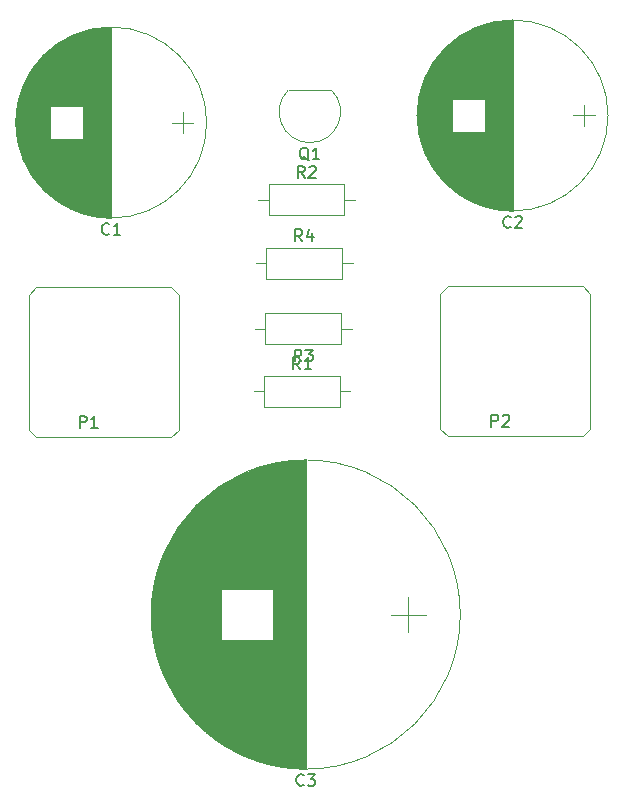
<source format=gbr>
G04 #@! TF.FileFunction,Legend,Top*
%FSLAX46Y46*%
G04 Gerber Fmt 4.6, Leading zero omitted, Abs format (unit mm)*
G04 Created by KiCad (PCBNEW 4.0.5) date 05/24/17 22:27:59*
%MOMM*%
%LPD*%
G01*
G04 APERTURE LIST*
%ADD10C,0.100000*%
%ADD11C,0.120000*%
%ADD12C,0.150000*%
G04 APERTURE END LIST*
D10*
D11*
X132429560Y-91617000D02*
X132429560Y-75515000D01*
X132389560Y-91616000D02*
X132389560Y-75516000D01*
X132349560Y-91616000D02*
X132349560Y-75516000D01*
X132309560Y-91616000D02*
X132309560Y-75516000D01*
X132269560Y-91615000D02*
X132269560Y-75517000D01*
X132229560Y-91614000D02*
X132229560Y-75518000D01*
X132189560Y-91613000D02*
X132189560Y-75519000D01*
X132149560Y-91612000D02*
X132149560Y-75520000D01*
X132109560Y-91610000D02*
X132109560Y-75522000D01*
X132069560Y-91608000D02*
X132069560Y-75524000D01*
X132029560Y-91607000D02*
X132029560Y-75525000D01*
X131989560Y-91605000D02*
X131989560Y-75527000D01*
X131949560Y-91602000D02*
X131949560Y-75530000D01*
X131909560Y-91600000D02*
X131909560Y-75532000D01*
X131869560Y-91597000D02*
X131869560Y-75535000D01*
X131829560Y-91594000D02*
X131829560Y-75538000D01*
X131789560Y-91591000D02*
X131789560Y-75541000D01*
X131749560Y-91588000D02*
X131749560Y-75544000D01*
X131708560Y-91584000D02*
X131708560Y-75548000D01*
X131668560Y-91581000D02*
X131668560Y-75551000D01*
X131628560Y-91577000D02*
X131628560Y-75555000D01*
X131588560Y-91573000D02*
X131588560Y-75559000D01*
X131548560Y-91568000D02*
X131548560Y-75564000D01*
X131508560Y-91564000D02*
X131508560Y-75568000D01*
X131468560Y-91559000D02*
X131468560Y-75573000D01*
X131428560Y-91554000D02*
X131428560Y-75578000D01*
X131388560Y-91549000D02*
X131388560Y-75583000D01*
X131348560Y-91544000D02*
X131348560Y-75588000D01*
X131308560Y-91539000D02*
X131308560Y-75593000D01*
X131268560Y-91533000D02*
X131268560Y-75599000D01*
X131228560Y-91527000D02*
X131228560Y-75605000D01*
X131188560Y-91521000D02*
X131188560Y-75611000D01*
X131148560Y-91515000D02*
X131148560Y-75617000D01*
X131108560Y-91508000D02*
X131108560Y-75624000D01*
X131068560Y-91501000D02*
X131068560Y-75631000D01*
X131028560Y-91494000D02*
X131028560Y-75638000D01*
X130988560Y-91487000D02*
X130988560Y-75645000D01*
X130948560Y-91480000D02*
X130948560Y-75652000D01*
X130908560Y-91472000D02*
X130908560Y-75660000D01*
X130868560Y-91465000D02*
X130868560Y-75667000D01*
X130828560Y-91457000D02*
X130828560Y-75675000D01*
X130788560Y-91449000D02*
X130788560Y-75683000D01*
X130748560Y-91440000D02*
X130748560Y-75692000D01*
X130708560Y-91432000D02*
X130708560Y-75700000D01*
X130668560Y-91423000D02*
X130668560Y-75709000D01*
X130628560Y-91414000D02*
X130628560Y-75718000D01*
X130588560Y-91404000D02*
X130588560Y-75728000D01*
X130548560Y-91395000D02*
X130548560Y-75737000D01*
X130508560Y-91385000D02*
X130508560Y-75747000D01*
X130468560Y-91375000D02*
X130468560Y-75757000D01*
X130428560Y-91365000D02*
X130428560Y-75767000D01*
X130388560Y-91355000D02*
X130388560Y-75777000D01*
X130348560Y-91345000D02*
X130348560Y-75787000D01*
X130308560Y-91334000D02*
X130308560Y-75798000D01*
X130268560Y-91323000D02*
X130268560Y-75809000D01*
X130228560Y-91312000D02*
X130228560Y-75820000D01*
X130188560Y-91300000D02*
X130188560Y-75832000D01*
X130148560Y-91289000D02*
X130148560Y-75843000D01*
X130108560Y-91277000D02*
X130108560Y-75855000D01*
X130068560Y-91265000D02*
X130068560Y-75867000D01*
X130028560Y-91252000D02*
X130028560Y-84946000D01*
X130028560Y-82186000D02*
X130028560Y-75880000D01*
X129988560Y-91240000D02*
X129988560Y-84946000D01*
X129988560Y-82186000D02*
X129988560Y-75892000D01*
X129948560Y-91227000D02*
X129948560Y-84946000D01*
X129948560Y-82186000D02*
X129948560Y-75905000D01*
X129908560Y-91214000D02*
X129908560Y-84946000D01*
X129908560Y-82186000D02*
X129908560Y-75918000D01*
X129868560Y-91201000D02*
X129868560Y-84946000D01*
X129868560Y-82186000D02*
X129868560Y-75931000D01*
X129828560Y-91187000D02*
X129828560Y-84946000D01*
X129828560Y-82186000D02*
X129828560Y-75945000D01*
X129788560Y-91174000D02*
X129788560Y-84946000D01*
X129788560Y-82186000D02*
X129788560Y-75958000D01*
X129748560Y-91160000D02*
X129748560Y-84946000D01*
X129748560Y-82186000D02*
X129748560Y-75972000D01*
X129708560Y-91146000D02*
X129708560Y-84946000D01*
X129708560Y-82186000D02*
X129708560Y-75986000D01*
X129668560Y-91131000D02*
X129668560Y-84946000D01*
X129668560Y-82186000D02*
X129668560Y-76001000D01*
X129628560Y-91116000D02*
X129628560Y-84946000D01*
X129628560Y-82186000D02*
X129628560Y-76016000D01*
X129588560Y-91102000D02*
X129588560Y-84946000D01*
X129588560Y-82186000D02*
X129588560Y-76030000D01*
X129548560Y-91087000D02*
X129548560Y-84946000D01*
X129548560Y-82186000D02*
X129548560Y-76045000D01*
X129508560Y-91071000D02*
X129508560Y-84946000D01*
X129508560Y-82186000D02*
X129508560Y-76061000D01*
X129468560Y-91056000D02*
X129468560Y-84946000D01*
X129468560Y-82186000D02*
X129468560Y-76076000D01*
X129428560Y-91040000D02*
X129428560Y-84946000D01*
X129428560Y-82186000D02*
X129428560Y-76092000D01*
X129388560Y-91024000D02*
X129388560Y-84946000D01*
X129388560Y-82186000D02*
X129388560Y-76108000D01*
X129348560Y-91007000D02*
X129348560Y-84946000D01*
X129348560Y-82186000D02*
X129348560Y-76125000D01*
X129308560Y-90991000D02*
X129308560Y-84946000D01*
X129308560Y-82186000D02*
X129308560Y-76141000D01*
X129268560Y-90974000D02*
X129268560Y-84946000D01*
X129268560Y-82186000D02*
X129268560Y-76158000D01*
X129228560Y-90957000D02*
X129228560Y-84946000D01*
X129228560Y-82186000D02*
X129228560Y-76175000D01*
X129188560Y-90939000D02*
X129188560Y-84946000D01*
X129188560Y-82186000D02*
X129188560Y-76193000D01*
X129148560Y-90922000D02*
X129148560Y-84946000D01*
X129148560Y-82186000D02*
X129148560Y-76210000D01*
X129108560Y-90904000D02*
X129108560Y-84946000D01*
X129108560Y-82186000D02*
X129108560Y-76228000D01*
X129068560Y-90886000D02*
X129068560Y-84946000D01*
X129068560Y-82186000D02*
X129068560Y-76246000D01*
X129028560Y-90867000D02*
X129028560Y-84946000D01*
X129028560Y-82186000D02*
X129028560Y-76265000D01*
X128988560Y-90849000D02*
X128988560Y-84946000D01*
X128988560Y-82186000D02*
X128988560Y-76283000D01*
X128948560Y-90830000D02*
X128948560Y-84946000D01*
X128948560Y-82186000D02*
X128948560Y-76302000D01*
X128908560Y-90811000D02*
X128908560Y-84946000D01*
X128908560Y-82186000D02*
X128908560Y-76321000D01*
X128868560Y-90791000D02*
X128868560Y-84946000D01*
X128868560Y-82186000D02*
X128868560Y-76341000D01*
X128828560Y-90771000D02*
X128828560Y-84946000D01*
X128828560Y-82186000D02*
X128828560Y-76361000D01*
X128788560Y-90751000D02*
X128788560Y-84946000D01*
X128788560Y-82186000D02*
X128788560Y-76381000D01*
X128748560Y-90731000D02*
X128748560Y-84946000D01*
X128748560Y-82186000D02*
X128748560Y-76401000D01*
X128708560Y-90710000D02*
X128708560Y-84946000D01*
X128708560Y-82186000D02*
X128708560Y-76422000D01*
X128668560Y-90690000D02*
X128668560Y-84946000D01*
X128668560Y-82186000D02*
X128668560Y-76442000D01*
X128628560Y-90668000D02*
X128628560Y-84946000D01*
X128628560Y-82186000D02*
X128628560Y-76464000D01*
X128588560Y-90647000D02*
X128588560Y-84946000D01*
X128588560Y-82186000D02*
X128588560Y-76485000D01*
X128548560Y-90625000D02*
X128548560Y-84946000D01*
X128548560Y-82186000D02*
X128548560Y-76507000D01*
X128508560Y-90603000D02*
X128508560Y-84946000D01*
X128508560Y-82186000D02*
X128508560Y-76529000D01*
X128468560Y-90581000D02*
X128468560Y-84946000D01*
X128468560Y-82186000D02*
X128468560Y-76551000D01*
X128428560Y-90558000D02*
X128428560Y-84946000D01*
X128428560Y-82186000D02*
X128428560Y-76574000D01*
X128388560Y-90536000D02*
X128388560Y-84946000D01*
X128388560Y-82186000D02*
X128388560Y-76596000D01*
X128348560Y-90512000D02*
X128348560Y-84946000D01*
X128348560Y-82186000D02*
X128348560Y-76620000D01*
X128308560Y-90489000D02*
X128308560Y-84946000D01*
X128308560Y-82186000D02*
X128308560Y-76643000D01*
X128268560Y-90465000D02*
X128268560Y-84946000D01*
X128268560Y-82186000D02*
X128268560Y-76667000D01*
X128228560Y-90441000D02*
X128228560Y-84946000D01*
X128228560Y-82186000D02*
X128228560Y-76691000D01*
X128188560Y-90416000D02*
X128188560Y-84946000D01*
X128188560Y-82186000D02*
X128188560Y-76716000D01*
X128148560Y-90392000D02*
X128148560Y-84946000D01*
X128148560Y-82186000D02*
X128148560Y-76740000D01*
X128108560Y-90367000D02*
X128108560Y-84946000D01*
X128108560Y-82186000D02*
X128108560Y-76765000D01*
X128068560Y-90341000D02*
X128068560Y-84946000D01*
X128068560Y-82186000D02*
X128068560Y-76791000D01*
X128028560Y-90315000D02*
X128028560Y-84946000D01*
X128028560Y-82186000D02*
X128028560Y-76817000D01*
X127988560Y-90289000D02*
X127988560Y-84946000D01*
X127988560Y-82186000D02*
X127988560Y-76843000D01*
X127948560Y-90263000D02*
X127948560Y-84946000D01*
X127948560Y-82186000D02*
X127948560Y-76869000D01*
X127908560Y-90236000D02*
X127908560Y-84946000D01*
X127908560Y-82186000D02*
X127908560Y-76896000D01*
X127868560Y-90209000D02*
X127868560Y-84946000D01*
X127868560Y-82186000D02*
X127868560Y-76923000D01*
X127828560Y-90181000D02*
X127828560Y-84946000D01*
X127828560Y-82186000D02*
X127828560Y-76951000D01*
X127788560Y-90154000D02*
X127788560Y-84946000D01*
X127788560Y-82186000D02*
X127788560Y-76978000D01*
X127748560Y-90125000D02*
X127748560Y-84946000D01*
X127748560Y-82186000D02*
X127748560Y-77007000D01*
X127708560Y-90097000D02*
X127708560Y-84946000D01*
X127708560Y-82186000D02*
X127708560Y-77035000D01*
X127668560Y-90068000D02*
X127668560Y-84946000D01*
X127668560Y-82186000D02*
X127668560Y-77064000D01*
X127628560Y-90039000D02*
X127628560Y-84946000D01*
X127628560Y-82186000D02*
X127628560Y-77093000D01*
X127588560Y-90009000D02*
X127588560Y-84946000D01*
X127588560Y-82186000D02*
X127588560Y-77123000D01*
X127548560Y-89979000D02*
X127548560Y-84946000D01*
X127548560Y-82186000D02*
X127548560Y-77153000D01*
X127508560Y-89948000D02*
X127508560Y-84946000D01*
X127508560Y-82186000D02*
X127508560Y-77184000D01*
X127468560Y-89918000D02*
X127468560Y-84946000D01*
X127468560Y-82186000D02*
X127468560Y-77214000D01*
X127428560Y-89886000D02*
X127428560Y-84946000D01*
X127428560Y-82186000D02*
X127428560Y-77246000D01*
X127388560Y-89855000D02*
X127388560Y-84946000D01*
X127388560Y-82186000D02*
X127388560Y-77277000D01*
X127348560Y-89823000D02*
X127348560Y-84946000D01*
X127348560Y-82186000D02*
X127348560Y-77309000D01*
X127308560Y-89790000D02*
X127308560Y-84946000D01*
X127308560Y-82186000D02*
X127308560Y-77342000D01*
X127268560Y-89757000D02*
X127268560Y-77375000D01*
X127228560Y-89724000D02*
X127228560Y-77408000D01*
X127188560Y-89690000D02*
X127188560Y-77442000D01*
X127148560Y-89656000D02*
X127148560Y-77476000D01*
X127108560Y-89621000D02*
X127108560Y-77511000D01*
X127068560Y-89586000D02*
X127068560Y-77546000D01*
X127028560Y-89550000D02*
X127028560Y-77582000D01*
X126988560Y-89514000D02*
X126988560Y-77618000D01*
X126948560Y-89478000D02*
X126948560Y-77654000D01*
X126908560Y-89441000D02*
X126908560Y-77691000D01*
X126868560Y-89403000D02*
X126868560Y-77729000D01*
X126828560Y-89365000D02*
X126828560Y-77767000D01*
X126788560Y-89326000D02*
X126788560Y-77806000D01*
X126748560Y-89287000D02*
X126748560Y-77845000D01*
X126708560Y-89247000D02*
X126708560Y-77885000D01*
X126668560Y-89207000D02*
X126668560Y-77925000D01*
X126628560Y-89166000D02*
X126628560Y-77966000D01*
X126588560Y-89125000D02*
X126588560Y-78007000D01*
X126548560Y-89083000D02*
X126548560Y-78049000D01*
X126508560Y-89040000D02*
X126508560Y-78092000D01*
X126468560Y-88997000D02*
X126468560Y-78135000D01*
X126428560Y-88953000D02*
X126428560Y-78179000D01*
X126388560Y-88909000D02*
X126388560Y-78223000D01*
X126348560Y-88863000D02*
X126348560Y-78269000D01*
X126308560Y-88817000D02*
X126308560Y-78315000D01*
X126268560Y-88771000D02*
X126268560Y-78361000D01*
X126228560Y-88723000D02*
X126228560Y-78409000D01*
X126188560Y-88675000D02*
X126188560Y-78457000D01*
X126148560Y-88626000D02*
X126148560Y-78506000D01*
X126108560Y-88577000D02*
X126108560Y-78555000D01*
X126068560Y-88526000D02*
X126068560Y-78606000D01*
X126028560Y-88475000D02*
X126028560Y-78657000D01*
X125988560Y-88423000D02*
X125988560Y-78709000D01*
X125948560Y-88370000D02*
X125948560Y-78762000D01*
X125908560Y-88316000D02*
X125908560Y-78816000D01*
X125868560Y-88261000D02*
X125868560Y-78871000D01*
X125828560Y-88205000D02*
X125828560Y-78927000D01*
X125788560Y-88148000D02*
X125788560Y-78984000D01*
X125748560Y-88090000D02*
X125748560Y-79042000D01*
X125708560Y-88031000D02*
X125708560Y-79101000D01*
X125668560Y-87971000D02*
X125668560Y-79161000D01*
X125628560Y-87909000D02*
X125628560Y-79223000D01*
X125588560Y-87847000D02*
X125588560Y-79285000D01*
X125548560Y-87783000D02*
X125548560Y-79349000D01*
X125508560Y-87717000D02*
X125508560Y-79415000D01*
X125468560Y-87650000D02*
X125468560Y-79482000D01*
X125428560Y-87582000D02*
X125428560Y-79550000D01*
X125388560Y-87512000D02*
X125388560Y-79620000D01*
X125348560Y-87441000D02*
X125348560Y-79691000D01*
X125308560Y-87368000D02*
X125308560Y-79764000D01*
X125268560Y-87292000D02*
X125268560Y-79840000D01*
X125228560Y-87215000D02*
X125228560Y-79917000D01*
X125188560Y-87136000D02*
X125188560Y-79996000D01*
X125148560Y-87055000D02*
X125148560Y-80077000D01*
X125108560Y-86971000D02*
X125108560Y-80161000D01*
X125068560Y-86885000D02*
X125068560Y-80247000D01*
X125028560Y-86796000D02*
X125028560Y-80336000D01*
X124988560Y-86704000D02*
X124988560Y-80428000D01*
X124948560Y-86608000D02*
X124948560Y-80524000D01*
X124908560Y-86509000D02*
X124908560Y-80623000D01*
X124868560Y-86407000D02*
X124868560Y-80725000D01*
X124828560Y-86299000D02*
X124828560Y-80833000D01*
X124788560Y-86187000D02*
X124788560Y-80945000D01*
X124748560Y-86069000D02*
X124748560Y-81063000D01*
X124708560Y-85945000D02*
X124708560Y-81187000D01*
X124668560Y-85814000D02*
X124668560Y-81318000D01*
X124628560Y-85673000D02*
X124628560Y-81459000D01*
X124588560Y-85522000D02*
X124588560Y-81610000D01*
X124548560Y-85358000D02*
X124548560Y-81774000D01*
X124508560Y-85176000D02*
X124508560Y-81956000D01*
X124468560Y-84971000D02*
X124468560Y-82161000D01*
X124428560Y-84730000D02*
X124428560Y-82402000D01*
X124388560Y-84425000D02*
X124388560Y-82707000D01*
X124348560Y-83929000D02*
X124348560Y-83203000D01*
X139379560Y-83566000D02*
X137579560Y-83566000D01*
X138479560Y-84466000D02*
X138479560Y-82666000D01*
X140519560Y-83566000D02*
G75*
G03X140519560Y-83566000I-8090000J0D01*
G01*
X166416680Y-91017560D02*
X166416680Y-74915560D01*
X166376680Y-91016560D02*
X166376680Y-74916560D01*
X166336680Y-91016560D02*
X166336680Y-74916560D01*
X166296680Y-91016560D02*
X166296680Y-74916560D01*
X166256680Y-91015560D02*
X166256680Y-74917560D01*
X166216680Y-91014560D02*
X166216680Y-74918560D01*
X166176680Y-91013560D02*
X166176680Y-74919560D01*
X166136680Y-91012560D02*
X166136680Y-74920560D01*
X166096680Y-91010560D02*
X166096680Y-74922560D01*
X166056680Y-91008560D02*
X166056680Y-74924560D01*
X166016680Y-91007560D02*
X166016680Y-74925560D01*
X165976680Y-91005560D02*
X165976680Y-74927560D01*
X165936680Y-91002560D02*
X165936680Y-74930560D01*
X165896680Y-91000560D02*
X165896680Y-74932560D01*
X165856680Y-90997560D02*
X165856680Y-74935560D01*
X165816680Y-90994560D02*
X165816680Y-74938560D01*
X165776680Y-90991560D02*
X165776680Y-74941560D01*
X165736680Y-90988560D02*
X165736680Y-74944560D01*
X165695680Y-90984560D02*
X165695680Y-74948560D01*
X165655680Y-90981560D02*
X165655680Y-74951560D01*
X165615680Y-90977560D02*
X165615680Y-74955560D01*
X165575680Y-90973560D02*
X165575680Y-74959560D01*
X165535680Y-90968560D02*
X165535680Y-74964560D01*
X165495680Y-90964560D02*
X165495680Y-74968560D01*
X165455680Y-90959560D02*
X165455680Y-74973560D01*
X165415680Y-90954560D02*
X165415680Y-74978560D01*
X165375680Y-90949560D02*
X165375680Y-74983560D01*
X165335680Y-90944560D02*
X165335680Y-74988560D01*
X165295680Y-90939560D02*
X165295680Y-74993560D01*
X165255680Y-90933560D02*
X165255680Y-74999560D01*
X165215680Y-90927560D02*
X165215680Y-75005560D01*
X165175680Y-90921560D02*
X165175680Y-75011560D01*
X165135680Y-90915560D02*
X165135680Y-75017560D01*
X165095680Y-90908560D02*
X165095680Y-75024560D01*
X165055680Y-90901560D02*
X165055680Y-75031560D01*
X165015680Y-90894560D02*
X165015680Y-75038560D01*
X164975680Y-90887560D02*
X164975680Y-75045560D01*
X164935680Y-90880560D02*
X164935680Y-75052560D01*
X164895680Y-90872560D02*
X164895680Y-75060560D01*
X164855680Y-90865560D02*
X164855680Y-75067560D01*
X164815680Y-90857560D02*
X164815680Y-75075560D01*
X164775680Y-90849560D02*
X164775680Y-75083560D01*
X164735680Y-90840560D02*
X164735680Y-75092560D01*
X164695680Y-90832560D02*
X164695680Y-75100560D01*
X164655680Y-90823560D02*
X164655680Y-75109560D01*
X164615680Y-90814560D02*
X164615680Y-75118560D01*
X164575680Y-90804560D02*
X164575680Y-75128560D01*
X164535680Y-90795560D02*
X164535680Y-75137560D01*
X164495680Y-90785560D02*
X164495680Y-75147560D01*
X164455680Y-90775560D02*
X164455680Y-75157560D01*
X164415680Y-90765560D02*
X164415680Y-75167560D01*
X164375680Y-90755560D02*
X164375680Y-75177560D01*
X164335680Y-90745560D02*
X164335680Y-75187560D01*
X164295680Y-90734560D02*
X164295680Y-75198560D01*
X164255680Y-90723560D02*
X164255680Y-75209560D01*
X164215680Y-90712560D02*
X164215680Y-75220560D01*
X164175680Y-90700560D02*
X164175680Y-75232560D01*
X164135680Y-90689560D02*
X164135680Y-75243560D01*
X164095680Y-90677560D02*
X164095680Y-75255560D01*
X164055680Y-90665560D02*
X164055680Y-75267560D01*
X164015680Y-90652560D02*
X164015680Y-84346560D01*
X164015680Y-81586560D02*
X164015680Y-75280560D01*
X163975680Y-90640560D02*
X163975680Y-84346560D01*
X163975680Y-81586560D02*
X163975680Y-75292560D01*
X163935680Y-90627560D02*
X163935680Y-84346560D01*
X163935680Y-81586560D02*
X163935680Y-75305560D01*
X163895680Y-90614560D02*
X163895680Y-84346560D01*
X163895680Y-81586560D02*
X163895680Y-75318560D01*
X163855680Y-90601560D02*
X163855680Y-84346560D01*
X163855680Y-81586560D02*
X163855680Y-75331560D01*
X163815680Y-90587560D02*
X163815680Y-84346560D01*
X163815680Y-81586560D02*
X163815680Y-75345560D01*
X163775680Y-90574560D02*
X163775680Y-84346560D01*
X163775680Y-81586560D02*
X163775680Y-75358560D01*
X163735680Y-90560560D02*
X163735680Y-84346560D01*
X163735680Y-81586560D02*
X163735680Y-75372560D01*
X163695680Y-90546560D02*
X163695680Y-84346560D01*
X163695680Y-81586560D02*
X163695680Y-75386560D01*
X163655680Y-90531560D02*
X163655680Y-84346560D01*
X163655680Y-81586560D02*
X163655680Y-75401560D01*
X163615680Y-90516560D02*
X163615680Y-84346560D01*
X163615680Y-81586560D02*
X163615680Y-75416560D01*
X163575680Y-90502560D02*
X163575680Y-84346560D01*
X163575680Y-81586560D02*
X163575680Y-75430560D01*
X163535680Y-90487560D02*
X163535680Y-84346560D01*
X163535680Y-81586560D02*
X163535680Y-75445560D01*
X163495680Y-90471560D02*
X163495680Y-84346560D01*
X163495680Y-81586560D02*
X163495680Y-75461560D01*
X163455680Y-90456560D02*
X163455680Y-84346560D01*
X163455680Y-81586560D02*
X163455680Y-75476560D01*
X163415680Y-90440560D02*
X163415680Y-84346560D01*
X163415680Y-81586560D02*
X163415680Y-75492560D01*
X163375680Y-90424560D02*
X163375680Y-84346560D01*
X163375680Y-81586560D02*
X163375680Y-75508560D01*
X163335680Y-90407560D02*
X163335680Y-84346560D01*
X163335680Y-81586560D02*
X163335680Y-75525560D01*
X163295680Y-90391560D02*
X163295680Y-84346560D01*
X163295680Y-81586560D02*
X163295680Y-75541560D01*
X163255680Y-90374560D02*
X163255680Y-84346560D01*
X163255680Y-81586560D02*
X163255680Y-75558560D01*
X163215680Y-90357560D02*
X163215680Y-84346560D01*
X163215680Y-81586560D02*
X163215680Y-75575560D01*
X163175680Y-90339560D02*
X163175680Y-84346560D01*
X163175680Y-81586560D02*
X163175680Y-75593560D01*
X163135680Y-90322560D02*
X163135680Y-84346560D01*
X163135680Y-81586560D02*
X163135680Y-75610560D01*
X163095680Y-90304560D02*
X163095680Y-84346560D01*
X163095680Y-81586560D02*
X163095680Y-75628560D01*
X163055680Y-90286560D02*
X163055680Y-84346560D01*
X163055680Y-81586560D02*
X163055680Y-75646560D01*
X163015680Y-90267560D02*
X163015680Y-84346560D01*
X163015680Y-81586560D02*
X163015680Y-75665560D01*
X162975680Y-90249560D02*
X162975680Y-84346560D01*
X162975680Y-81586560D02*
X162975680Y-75683560D01*
X162935680Y-90230560D02*
X162935680Y-84346560D01*
X162935680Y-81586560D02*
X162935680Y-75702560D01*
X162895680Y-90211560D02*
X162895680Y-84346560D01*
X162895680Y-81586560D02*
X162895680Y-75721560D01*
X162855680Y-90191560D02*
X162855680Y-84346560D01*
X162855680Y-81586560D02*
X162855680Y-75741560D01*
X162815680Y-90171560D02*
X162815680Y-84346560D01*
X162815680Y-81586560D02*
X162815680Y-75761560D01*
X162775680Y-90151560D02*
X162775680Y-84346560D01*
X162775680Y-81586560D02*
X162775680Y-75781560D01*
X162735680Y-90131560D02*
X162735680Y-84346560D01*
X162735680Y-81586560D02*
X162735680Y-75801560D01*
X162695680Y-90110560D02*
X162695680Y-84346560D01*
X162695680Y-81586560D02*
X162695680Y-75822560D01*
X162655680Y-90090560D02*
X162655680Y-84346560D01*
X162655680Y-81586560D02*
X162655680Y-75842560D01*
X162615680Y-90068560D02*
X162615680Y-84346560D01*
X162615680Y-81586560D02*
X162615680Y-75864560D01*
X162575680Y-90047560D02*
X162575680Y-84346560D01*
X162575680Y-81586560D02*
X162575680Y-75885560D01*
X162535680Y-90025560D02*
X162535680Y-84346560D01*
X162535680Y-81586560D02*
X162535680Y-75907560D01*
X162495680Y-90003560D02*
X162495680Y-84346560D01*
X162495680Y-81586560D02*
X162495680Y-75929560D01*
X162455680Y-89981560D02*
X162455680Y-84346560D01*
X162455680Y-81586560D02*
X162455680Y-75951560D01*
X162415680Y-89958560D02*
X162415680Y-84346560D01*
X162415680Y-81586560D02*
X162415680Y-75974560D01*
X162375680Y-89936560D02*
X162375680Y-84346560D01*
X162375680Y-81586560D02*
X162375680Y-75996560D01*
X162335680Y-89912560D02*
X162335680Y-84346560D01*
X162335680Y-81586560D02*
X162335680Y-76020560D01*
X162295680Y-89889560D02*
X162295680Y-84346560D01*
X162295680Y-81586560D02*
X162295680Y-76043560D01*
X162255680Y-89865560D02*
X162255680Y-84346560D01*
X162255680Y-81586560D02*
X162255680Y-76067560D01*
X162215680Y-89841560D02*
X162215680Y-84346560D01*
X162215680Y-81586560D02*
X162215680Y-76091560D01*
X162175680Y-89816560D02*
X162175680Y-84346560D01*
X162175680Y-81586560D02*
X162175680Y-76116560D01*
X162135680Y-89792560D02*
X162135680Y-84346560D01*
X162135680Y-81586560D02*
X162135680Y-76140560D01*
X162095680Y-89767560D02*
X162095680Y-84346560D01*
X162095680Y-81586560D02*
X162095680Y-76165560D01*
X162055680Y-89741560D02*
X162055680Y-84346560D01*
X162055680Y-81586560D02*
X162055680Y-76191560D01*
X162015680Y-89715560D02*
X162015680Y-84346560D01*
X162015680Y-81586560D02*
X162015680Y-76217560D01*
X161975680Y-89689560D02*
X161975680Y-84346560D01*
X161975680Y-81586560D02*
X161975680Y-76243560D01*
X161935680Y-89663560D02*
X161935680Y-84346560D01*
X161935680Y-81586560D02*
X161935680Y-76269560D01*
X161895680Y-89636560D02*
X161895680Y-84346560D01*
X161895680Y-81586560D02*
X161895680Y-76296560D01*
X161855680Y-89609560D02*
X161855680Y-84346560D01*
X161855680Y-81586560D02*
X161855680Y-76323560D01*
X161815680Y-89581560D02*
X161815680Y-84346560D01*
X161815680Y-81586560D02*
X161815680Y-76351560D01*
X161775680Y-89554560D02*
X161775680Y-84346560D01*
X161775680Y-81586560D02*
X161775680Y-76378560D01*
X161735680Y-89525560D02*
X161735680Y-84346560D01*
X161735680Y-81586560D02*
X161735680Y-76407560D01*
X161695680Y-89497560D02*
X161695680Y-84346560D01*
X161695680Y-81586560D02*
X161695680Y-76435560D01*
X161655680Y-89468560D02*
X161655680Y-84346560D01*
X161655680Y-81586560D02*
X161655680Y-76464560D01*
X161615680Y-89439560D02*
X161615680Y-84346560D01*
X161615680Y-81586560D02*
X161615680Y-76493560D01*
X161575680Y-89409560D02*
X161575680Y-84346560D01*
X161575680Y-81586560D02*
X161575680Y-76523560D01*
X161535680Y-89379560D02*
X161535680Y-84346560D01*
X161535680Y-81586560D02*
X161535680Y-76553560D01*
X161495680Y-89348560D02*
X161495680Y-84346560D01*
X161495680Y-81586560D02*
X161495680Y-76584560D01*
X161455680Y-89318560D02*
X161455680Y-84346560D01*
X161455680Y-81586560D02*
X161455680Y-76614560D01*
X161415680Y-89286560D02*
X161415680Y-84346560D01*
X161415680Y-81586560D02*
X161415680Y-76646560D01*
X161375680Y-89255560D02*
X161375680Y-84346560D01*
X161375680Y-81586560D02*
X161375680Y-76677560D01*
X161335680Y-89223560D02*
X161335680Y-84346560D01*
X161335680Y-81586560D02*
X161335680Y-76709560D01*
X161295680Y-89190560D02*
X161295680Y-84346560D01*
X161295680Y-81586560D02*
X161295680Y-76742560D01*
X161255680Y-89157560D02*
X161255680Y-76775560D01*
X161215680Y-89124560D02*
X161215680Y-76808560D01*
X161175680Y-89090560D02*
X161175680Y-76842560D01*
X161135680Y-89056560D02*
X161135680Y-76876560D01*
X161095680Y-89021560D02*
X161095680Y-76911560D01*
X161055680Y-88986560D02*
X161055680Y-76946560D01*
X161015680Y-88950560D02*
X161015680Y-76982560D01*
X160975680Y-88914560D02*
X160975680Y-77018560D01*
X160935680Y-88878560D02*
X160935680Y-77054560D01*
X160895680Y-88841560D02*
X160895680Y-77091560D01*
X160855680Y-88803560D02*
X160855680Y-77129560D01*
X160815680Y-88765560D02*
X160815680Y-77167560D01*
X160775680Y-88726560D02*
X160775680Y-77206560D01*
X160735680Y-88687560D02*
X160735680Y-77245560D01*
X160695680Y-88647560D02*
X160695680Y-77285560D01*
X160655680Y-88607560D02*
X160655680Y-77325560D01*
X160615680Y-88566560D02*
X160615680Y-77366560D01*
X160575680Y-88525560D02*
X160575680Y-77407560D01*
X160535680Y-88483560D02*
X160535680Y-77449560D01*
X160495680Y-88440560D02*
X160495680Y-77492560D01*
X160455680Y-88397560D02*
X160455680Y-77535560D01*
X160415680Y-88353560D02*
X160415680Y-77579560D01*
X160375680Y-88309560D02*
X160375680Y-77623560D01*
X160335680Y-88263560D02*
X160335680Y-77669560D01*
X160295680Y-88217560D02*
X160295680Y-77715560D01*
X160255680Y-88171560D02*
X160255680Y-77761560D01*
X160215680Y-88123560D02*
X160215680Y-77809560D01*
X160175680Y-88075560D02*
X160175680Y-77857560D01*
X160135680Y-88026560D02*
X160135680Y-77906560D01*
X160095680Y-87977560D02*
X160095680Y-77955560D01*
X160055680Y-87926560D02*
X160055680Y-78006560D01*
X160015680Y-87875560D02*
X160015680Y-78057560D01*
X159975680Y-87823560D02*
X159975680Y-78109560D01*
X159935680Y-87770560D02*
X159935680Y-78162560D01*
X159895680Y-87716560D02*
X159895680Y-78216560D01*
X159855680Y-87661560D02*
X159855680Y-78271560D01*
X159815680Y-87605560D02*
X159815680Y-78327560D01*
X159775680Y-87548560D02*
X159775680Y-78384560D01*
X159735680Y-87490560D02*
X159735680Y-78442560D01*
X159695680Y-87431560D02*
X159695680Y-78501560D01*
X159655680Y-87371560D02*
X159655680Y-78561560D01*
X159615680Y-87309560D02*
X159615680Y-78623560D01*
X159575680Y-87247560D02*
X159575680Y-78685560D01*
X159535680Y-87183560D02*
X159535680Y-78749560D01*
X159495680Y-87117560D02*
X159495680Y-78815560D01*
X159455680Y-87050560D02*
X159455680Y-78882560D01*
X159415680Y-86982560D02*
X159415680Y-78950560D01*
X159375680Y-86912560D02*
X159375680Y-79020560D01*
X159335680Y-86841560D02*
X159335680Y-79091560D01*
X159295680Y-86768560D02*
X159295680Y-79164560D01*
X159255680Y-86692560D02*
X159255680Y-79240560D01*
X159215680Y-86615560D02*
X159215680Y-79317560D01*
X159175680Y-86536560D02*
X159175680Y-79396560D01*
X159135680Y-86455560D02*
X159135680Y-79477560D01*
X159095680Y-86371560D02*
X159095680Y-79561560D01*
X159055680Y-86285560D02*
X159055680Y-79647560D01*
X159015680Y-86196560D02*
X159015680Y-79736560D01*
X158975680Y-86104560D02*
X158975680Y-79828560D01*
X158935680Y-86008560D02*
X158935680Y-79924560D01*
X158895680Y-85909560D02*
X158895680Y-80023560D01*
X158855680Y-85807560D02*
X158855680Y-80125560D01*
X158815680Y-85699560D02*
X158815680Y-80233560D01*
X158775680Y-85587560D02*
X158775680Y-80345560D01*
X158735680Y-85469560D02*
X158735680Y-80463560D01*
X158695680Y-85345560D02*
X158695680Y-80587560D01*
X158655680Y-85214560D02*
X158655680Y-80718560D01*
X158615680Y-85073560D02*
X158615680Y-80859560D01*
X158575680Y-84922560D02*
X158575680Y-81010560D01*
X158535680Y-84758560D02*
X158535680Y-81174560D01*
X158495680Y-84576560D02*
X158495680Y-81356560D01*
X158455680Y-84371560D02*
X158455680Y-81561560D01*
X158415680Y-84130560D02*
X158415680Y-81802560D01*
X158375680Y-83825560D02*
X158375680Y-82107560D01*
X158335680Y-83329560D02*
X158335680Y-82603560D01*
X173366680Y-82966560D02*
X171566680Y-82966560D01*
X172466680Y-83866560D02*
X172466680Y-82066560D01*
X174506680Y-82966560D02*
G75*
G03X174506680Y-82966560I-8090000J0D01*
G01*
X148903680Y-138266920D02*
X148903680Y-112166920D01*
X148863680Y-138266920D02*
X148863680Y-112166920D01*
X148823680Y-138266920D02*
X148823680Y-112166920D01*
X148783680Y-138266920D02*
X148783680Y-112166920D01*
X148743680Y-138266920D02*
X148743680Y-112166920D01*
X148703680Y-138265920D02*
X148703680Y-112167920D01*
X148663680Y-138264920D02*
X148663680Y-112168920D01*
X148623680Y-138264920D02*
X148623680Y-112168920D01*
X148583680Y-138263920D02*
X148583680Y-112169920D01*
X148543680Y-138262920D02*
X148543680Y-112170920D01*
X148503680Y-138260920D02*
X148503680Y-112172920D01*
X148463680Y-138259920D02*
X148463680Y-112173920D01*
X148423680Y-138258920D02*
X148423680Y-112174920D01*
X148383680Y-138256920D02*
X148383680Y-112176920D01*
X148343680Y-138255920D02*
X148343680Y-112177920D01*
X148303680Y-138253920D02*
X148303680Y-112179920D01*
X148263680Y-138251920D02*
X148263680Y-112181920D01*
X148223680Y-138249920D02*
X148223680Y-112183920D01*
X148182680Y-138247920D02*
X148182680Y-112185920D01*
X148142680Y-138244920D02*
X148142680Y-112188920D01*
X148102680Y-138242920D02*
X148102680Y-112190920D01*
X148062680Y-138240920D02*
X148062680Y-112192920D01*
X148022680Y-138237920D02*
X148022680Y-112195920D01*
X147982680Y-138234920D02*
X147982680Y-112198920D01*
X147942680Y-138231920D02*
X147942680Y-112201920D01*
X147902680Y-138228920D02*
X147902680Y-112204920D01*
X147862680Y-138225920D02*
X147862680Y-112207920D01*
X147822680Y-138222920D02*
X147822680Y-112210920D01*
X147782680Y-138218920D02*
X147782680Y-112214920D01*
X147742680Y-138215920D02*
X147742680Y-112217920D01*
X147702680Y-138211920D02*
X147702680Y-112221920D01*
X147662680Y-138208920D02*
X147662680Y-112224920D01*
X147622680Y-138204920D02*
X147622680Y-112228920D01*
X147582680Y-138200920D02*
X147582680Y-112232920D01*
X147542680Y-138196920D02*
X147542680Y-112236920D01*
X147502680Y-138191920D02*
X147502680Y-112241920D01*
X147462680Y-138187920D02*
X147462680Y-112245920D01*
X147422680Y-138183920D02*
X147422680Y-112249920D01*
X147382680Y-138178920D02*
X147382680Y-112254920D01*
X147342680Y-138173920D02*
X147342680Y-112259920D01*
X147302680Y-138168920D02*
X147302680Y-112264920D01*
X147262680Y-138163920D02*
X147262680Y-112269920D01*
X147222680Y-138158920D02*
X147222680Y-112274920D01*
X147182680Y-138153920D02*
X147182680Y-112279920D01*
X147142680Y-138148920D02*
X147142680Y-112284920D01*
X147102680Y-138142920D02*
X147102680Y-112290920D01*
X147062680Y-138137920D02*
X147062680Y-112295920D01*
X147022680Y-138131920D02*
X147022680Y-112301920D01*
X146982680Y-138125920D02*
X146982680Y-112307920D01*
X146942680Y-138119920D02*
X146942680Y-112313920D01*
X146902680Y-138113920D02*
X146902680Y-112319920D01*
X146862680Y-138107920D02*
X146862680Y-112325920D01*
X146822680Y-138100920D02*
X146822680Y-112332920D01*
X146782680Y-138094920D02*
X146782680Y-112338920D01*
X146742680Y-138087920D02*
X146742680Y-112345920D01*
X146702680Y-138080920D02*
X146702680Y-112352920D01*
X146662680Y-138073920D02*
X146662680Y-112359920D01*
X146622680Y-138066920D02*
X146622680Y-112366920D01*
X146582680Y-138059920D02*
X146582680Y-112373920D01*
X146542680Y-138052920D02*
X146542680Y-112380920D01*
X146502680Y-138045920D02*
X146502680Y-112387920D01*
X146462680Y-138037920D02*
X146462680Y-112395920D01*
X146422680Y-138029920D02*
X146422680Y-112403920D01*
X146382680Y-138022920D02*
X146382680Y-112410920D01*
X146342680Y-138014920D02*
X146342680Y-112418920D01*
X146302680Y-138006920D02*
X146302680Y-112426920D01*
X146262680Y-137998920D02*
X146262680Y-112434920D01*
X146222680Y-137989920D02*
X146222680Y-112443920D01*
X146182680Y-137981920D02*
X146182680Y-112451920D01*
X146142680Y-137972920D02*
X146142680Y-112460920D01*
X146102680Y-137964920D02*
X146102680Y-112468920D01*
X146062680Y-137955920D02*
X146062680Y-127396920D01*
X146062680Y-123036920D02*
X146062680Y-112477920D01*
X146022680Y-137946920D02*
X146022680Y-127396920D01*
X146022680Y-123036920D02*
X146022680Y-112486920D01*
X145982680Y-137937920D02*
X145982680Y-127396920D01*
X145982680Y-123036920D02*
X145982680Y-112495920D01*
X145942680Y-137927920D02*
X145942680Y-127396920D01*
X145942680Y-123036920D02*
X145942680Y-112505920D01*
X145902680Y-137918920D02*
X145902680Y-127396920D01*
X145902680Y-123036920D02*
X145902680Y-112514920D01*
X145862680Y-137909920D02*
X145862680Y-127396920D01*
X145862680Y-123036920D02*
X145862680Y-112523920D01*
X145822680Y-137899920D02*
X145822680Y-127396920D01*
X145822680Y-123036920D02*
X145822680Y-112533920D01*
X145782680Y-137889920D02*
X145782680Y-127396920D01*
X145782680Y-123036920D02*
X145782680Y-112543920D01*
X145742680Y-137879920D02*
X145742680Y-127396920D01*
X145742680Y-123036920D02*
X145742680Y-112553920D01*
X145702680Y-137869920D02*
X145702680Y-127396920D01*
X145702680Y-123036920D02*
X145702680Y-112563920D01*
X145662680Y-137859920D02*
X145662680Y-127396920D01*
X145662680Y-123036920D02*
X145662680Y-112573920D01*
X145622680Y-137849920D02*
X145622680Y-127396920D01*
X145622680Y-123036920D02*
X145622680Y-112583920D01*
X145582680Y-137838920D02*
X145582680Y-127396920D01*
X145582680Y-123036920D02*
X145582680Y-112594920D01*
X145542680Y-137828920D02*
X145542680Y-127396920D01*
X145542680Y-123036920D02*
X145542680Y-112604920D01*
X145502680Y-137817920D02*
X145502680Y-127396920D01*
X145502680Y-123036920D02*
X145502680Y-112615920D01*
X145462680Y-137806920D02*
X145462680Y-127396920D01*
X145462680Y-123036920D02*
X145462680Y-112626920D01*
X145422680Y-137795920D02*
X145422680Y-127396920D01*
X145422680Y-123036920D02*
X145422680Y-112637920D01*
X145382680Y-137784920D02*
X145382680Y-127396920D01*
X145382680Y-123036920D02*
X145382680Y-112648920D01*
X145342680Y-137773920D02*
X145342680Y-127396920D01*
X145342680Y-123036920D02*
X145342680Y-112659920D01*
X145302680Y-137762920D02*
X145302680Y-127396920D01*
X145302680Y-123036920D02*
X145302680Y-112670920D01*
X145262680Y-137750920D02*
X145262680Y-127396920D01*
X145262680Y-123036920D02*
X145262680Y-112682920D01*
X145222680Y-137739920D02*
X145222680Y-127396920D01*
X145222680Y-123036920D02*
X145222680Y-112693920D01*
X145182680Y-137727920D02*
X145182680Y-127396920D01*
X145182680Y-123036920D02*
X145182680Y-112705920D01*
X145142680Y-137715920D02*
X145142680Y-127396920D01*
X145142680Y-123036920D02*
X145142680Y-112717920D01*
X145102680Y-137703920D02*
X145102680Y-127396920D01*
X145102680Y-123036920D02*
X145102680Y-112729920D01*
X145062680Y-137691920D02*
X145062680Y-127396920D01*
X145062680Y-123036920D02*
X145062680Y-112741920D01*
X145022680Y-137678920D02*
X145022680Y-127396920D01*
X145022680Y-123036920D02*
X145022680Y-112754920D01*
X144982680Y-137666920D02*
X144982680Y-127396920D01*
X144982680Y-123036920D02*
X144982680Y-112766920D01*
X144942680Y-137653920D02*
X144942680Y-127396920D01*
X144942680Y-123036920D02*
X144942680Y-112779920D01*
X144902680Y-137640920D02*
X144902680Y-127396920D01*
X144902680Y-123036920D02*
X144902680Y-112792920D01*
X144862680Y-137627920D02*
X144862680Y-127396920D01*
X144862680Y-123036920D02*
X144862680Y-112805920D01*
X144822680Y-137614920D02*
X144822680Y-127396920D01*
X144822680Y-123036920D02*
X144822680Y-112818920D01*
X144782680Y-137601920D02*
X144782680Y-127396920D01*
X144782680Y-123036920D02*
X144782680Y-112831920D01*
X144742680Y-137588920D02*
X144742680Y-127396920D01*
X144742680Y-123036920D02*
X144742680Y-112844920D01*
X144702680Y-137574920D02*
X144702680Y-127396920D01*
X144702680Y-123036920D02*
X144702680Y-112858920D01*
X144662680Y-137561920D02*
X144662680Y-127396920D01*
X144662680Y-123036920D02*
X144662680Y-112871920D01*
X144622680Y-137547920D02*
X144622680Y-127396920D01*
X144622680Y-123036920D02*
X144622680Y-112885920D01*
X144582680Y-137533920D02*
X144582680Y-127396920D01*
X144582680Y-123036920D02*
X144582680Y-112899920D01*
X144542680Y-137519920D02*
X144542680Y-127396920D01*
X144542680Y-123036920D02*
X144542680Y-112913920D01*
X144502680Y-137505920D02*
X144502680Y-127396920D01*
X144502680Y-123036920D02*
X144502680Y-112927920D01*
X144462680Y-137490920D02*
X144462680Y-127396920D01*
X144462680Y-123036920D02*
X144462680Y-112942920D01*
X144422680Y-137476920D02*
X144422680Y-127396920D01*
X144422680Y-123036920D02*
X144422680Y-112956920D01*
X144382680Y-137461920D02*
X144382680Y-127396920D01*
X144382680Y-123036920D02*
X144382680Y-112971920D01*
X144342680Y-137447920D02*
X144342680Y-127396920D01*
X144342680Y-123036920D02*
X144342680Y-112985920D01*
X144302680Y-137432920D02*
X144302680Y-127396920D01*
X144302680Y-123036920D02*
X144302680Y-113000920D01*
X144262680Y-137417920D02*
X144262680Y-127396920D01*
X144262680Y-123036920D02*
X144262680Y-113015920D01*
X144222680Y-137401920D02*
X144222680Y-127396920D01*
X144222680Y-123036920D02*
X144222680Y-113031920D01*
X144182680Y-137386920D02*
X144182680Y-127396920D01*
X144182680Y-123036920D02*
X144182680Y-113046920D01*
X144142680Y-137370920D02*
X144142680Y-127396920D01*
X144142680Y-123036920D02*
X144142680Y-113062920D01*
X144102680Y-137355920D02*
X144102680Y-127396920D01*
X144102680Y-123036920D02*
X144102680Y-113077920D01*
X144062680Y-137339920D02*
X144062680Y-127396920D01*
X144062680Y-123036920D02*
X144062680Y-113093920D01*
X144022680Y-137323920D02*
X144022680Y-127396920D01*
X144022680Y-123036920D02*
X144022680Y-113109920D01*
X143982680Y-137307920D02*
X143982680Y-127396920D01*
X143982680Y-123036920D02*
X143982680Y-113125920D01*
X143942680Y-137290920D02*
X143942680Y-127396920D01*
X143942680Y-123036920D02*
X143942680Y-113142920D01*
X143902680Y-137274920D02*
X143902680Y-127396920D01*
X143902680Y-123036920D02*
X143902680Y-113158920D01*
X143862680Y-137257920D02*
X143862680Y-127396920D01*
X143862680Y-123036920D02*
X143862680Y-113175920D01*
X143822680Y-137241920D02*
X143822680Y-127396920D01*
X143822680Y-123036920D02*
X143822680Y-113191920D01*
X143782680Y-137224920D02*
X143782680Y-127396920D01*
X143782680Y-123036920D02*
X143782680Y-113208920D01*
X143742680Y-137207920D02*
X143742680Y-127396920D01*
X143742680Y-123036920D02*
X143742680Y-113225920D01*
X143702680Y-137189920D02*
X143702680Y-127396920D01*
X143702680Y-123036920D02*
X143702680Y-113243920D01*
X143662680Y-137172920D02*
X143662680Y-127396920D01*
X143662680Y-123036920D02*
X143662680Y-113260920D01*
X143622680Y-137154920D02*
X143622680Y-127396920D01*
X143622680Y-123036920D02*
X143622680Y-113278920D01*
X143582680Y-137137920D02*
X143582680Y-127396920D01*
X143582680Y-123036920D02*
X143582680Y-113295920D01*
X143542680Y-137119920D02*
X143542680Y-127396920D01*
X143542680Y-123036920D02*
X143542680Y-113313920D01*
X143502680Y-137101920D02*
X143502680Y-127396920D01*
X143502680Y-123036920D02*
X143502680Y-113331920D01*
X143462680Y-137083920D02*
X143462680Y-127396920D01*
X143462680Y-123036920D02*
X143462680Y-113349920D01*
X143422680Y-137064920D02*
X143422680Y-127396920D01*
X143422680Y-123036920D02*
X143422680Y-113368920D01*
X143382680Y-137046920D02*
X143382680Y-127396920D01*
X143382680Y-123036920D02*
X143382680Y-113386920D01*
X143342680Y-137027920D02*
X143342680Y-127396920D01*
X143342680Y-123036920D02*
X143342680Y-113405920D01*
X143302680Y-137008920D02*
X143302680Y-127396920D01*
X143302680Y-123036920D02*
X143302680Y-113424920D01*
X143262680Y-136989920D02*
X143262680Y-127396920D01*
X143262680Y-123036920D02*
X143262680Y-113443920D01*
X143222680Y-136970920D02*
X143222680Y-127396920D01*
X143222680Y-123036920D02*
X143222680Y-113462920D01*
X143182680Y-136951920D02*
X143182680Y-127396920D01*
X143182680Y-123036920D02*
X143182680Y-113481920D01*
X143142680Y-136931920D02*
X143142680Y-127396920D01*
X143142680Y-123036920D02*
X143142680Y-113501920D01*
X143102680Y-136911920D02*
X143102680Y-127396920D01*
X143102680Y-123036920D02*
X143102680Y-113521920D01*
X143062680Y-136892920D02*
X143062680Y-127396920D01*
X143062680Y-123036920D02*
X143062680Y-113540920D01*
X143022680Y-136872920D02*
X143022680Y-127396920D01*
X143022680Y-123036920D02*
X143022680Y-113560920D01*
X142982680Y-136851920D02*
X142982680Y-127396920D01*
X142982680Y-123036920D02*
X142982680Y-113581920D01*
X142942680Y-136831920D02*
X142942680Y-127396920D01*
X142942680Y-123036920D02*
X142942680Y-113601920D01*
X142902680Y-136810920D02*
X142902680Y-127396920D01*
X142902680Y-123036920D02*
X142902680Y-113622920D01*
X142862680Y-136790920D02*
X142862680Y-127396920D01*
X142862680Y-123036920D02*
X142862680Y-113642920D01*
X142822680Y-136769920D02*
X142822680Y-127396920D01*
X142822680Y-123036920D02*
X142822680Y-113663920D01*
X142782680Y-136748920D02*
X142782680Y-127396920D01*
X142782680Y-123036920D02*
X142782680Y-113684920D01*
X142742680Y-136726920D02*
X142742680Y-127396920D01*
X142742680Y-123036920D02*
X142742680Y-113706920D01*
X142702680Y-136705920D02*
X142702680Y-127396920D01*
X142702680Y-123036920D02*
X142702680Y-113727920D01*
X142662680Y-136683920D02*
X142662680Y-127396920D01*
X142662680Y-123036920D02*
X142662680Y-113749920D01*
X142622680Y-136662920D02*
X142622680Y-127396920D01*
X142622680Y-123036920D02*
X142622680Y-113770920D01*
X142582680Y-136640920D02*
X142582680Y-127396920D01*
X142582680Y-123036920D02*
X142582680Y-113792920D01*
X142542680Y-136618920D02*
X142542680Y-127396920D01*
X142542680Y-123036920D02*
X142542680Y-113814920D01*
X142502680Y-136595920D02*
X142502680Y-127396920D01*
X142502680Y-123036920D02*
X142502680Y-113837920D01*
X142462680Y-136573920D02*
X142462680Y-127396920D01*
X142462680Y-123036920D02*
X142462680Y-113859920D01*
X142422680Y-136550920D02*
X142422680Y-127396920D01*
X142422680Y-123036920D02*
X142422680Y-113882920D01*
X142382680Y-136527920D02*
X142382680Y-127396920D01*
X142382680Y-123036920D02*
X142382680Y-113905920D01*
X142342680Y-136504920D02*
X142342680Y-127396920D01*
X142342680Y-123036920D02*
X142342680Y-113928920D01*
X142302680Y-136481920D02*
X142302680Y-127396920D01*
X142302680Y-123036920D02*
X142302680Y-113951920D01*
X142262680Y-136457920D02*
X142262680Y-127396920D01*
X142262680Y-123036920D02*
X142262680Y-113975920D01*
X142222680Y-136434920D02*
X142222680Y-127396920D01*
X142222680Y-123036920D02*
X142222680Y-113998920D01*
X142182680Y-136410920D02*
X142182680Y-127396920D01*
X142182680Y-123036920D02*
X142182680Y-114022920D01*
X142142680Y-136386920D02*
X142142680Y-127396920D01*
X142142680Y-123036920D02*
X142142680Y-114046920D01*
X142102680Y-136362920D02*
X142102680Y-127396920D01*
X142102680Y-123036920D02*
X142102680Y-114070920D01*
X142062680Y-136337920D02*
X142062680Y-127396920D01*
X142062680Y-123036920D02*
X142062680Y-114095920D01*
X142022680Y-136313920D02*
X142022680Y-127396920D01*
X142022680Y-123036920D02*
X142022680Y-114119920D01*
X141982680Y-136288920D02*
X141982680Y-127396920D01*
X141982680Y-123036920D02*
X141982680Y-114144920D01*
X141942680Y-136263920D02*
X141942680Y-127396920D01*
X141942680Y-123036920D02*
X141942680Y-114169920D01*
X141902680Y-136238920D02*
X141902680Y-127396920D01*
X141902680Y-123036920D02*
X141902680Y-114194920D01*
X141862680Y-136212920D02*
X141862680Y-127396920D01*
X141862680Y-123036920D02*
X141862680Y-114220920D01*
X141822680Y-136187920D02*
X141822680Y-127396920D01*
X141822680Y-123036920D02*
X141822680Y-114245920D01*
X141782680Y-136161920D02*
X141782680Y-127396920D01*
X141782680Y-123036920D02*
X141782680Y-114271920D01*
X141742680Y-136135920D02*
X141742680Y-127396920D01*
X141742680Y-123036920D02*
X141742680Y-114297920D01*
X141702680Y-136108920D02*
X141702680Y-114324920D01*
X141662680Y-136082920D02*
X141662680Y-114350920D01*
X141622680Y-136055920D02*
X141622680Y-114377920D01*
X141582680Y-136028920D02*
X141582680Y-114404920D01*
X141542680Y-136001920D02*
X141542680Y-114431920D01*
X141502680Y-135974920D02*
X141502680Y-114458920D01*
X141462680Y-135947920D02*
X141462680Y-114485920D01*
X141422680Y-135919920D02*
X141422680Y-114513920D01*
X141382680Y-135891920D02*
X141382680Y-114541920D01*
X141342680Y-135863920D02*
X141342680Y-114569920D01*
X141302680Y-135834920D02*
X141302680Y-114598920D01*
X141262680Y-135806920D02*
X141262680Y-114626920D01*
X141222680Y-135777920D02*
X141222680Y-114655920D01*
X141182680Y-135748920D02*
X141182680Y-114684920D01*
X141142680Y-135718920D02*
X141142680Y-114714920D01*
X141102680Y-135689920D02*
X141102680Y-114743920D01*
X141062680Y-135659920D02*
X141062680Y-114773920D01*
X141022680Y-135629920D02*
X141022680Y-114803920D01*
X140982680Y-135599920D02*
X140982680Y-114833920D01*
X140942680Y-135568920D02*
X140942680Y-114864920D01*
X140902680Y-135537920D02*
X140902680Y-114895920D01*
X140862680Y-135506920D02*
X140862680Y-114926920D01*
X140822680Y-135475920D02*
X140822680Y-114957920D01*
X140782680Y-135444920D02*
X140782680Y-114988920D01*
X140742680Y-135412920D02*
X140742680Y-115020920D01*
X140703680Y-135380920D02*
X140703680Y-115052920D01*
X140663680Y-135348920D02*
X140663680Y-115084920D01*
X140623680Y-135315920D02*
X140623680Y-115117920D01*
X140583680Y-135282920D02*
X140583680Y-115150920D01*
X140543680Y-135249920D02*
X140543680Y-115183920D01*
X140503680Y-135216920D02*
X140503680Y-115216920D01*
X140463680Y-135182920D02*
X140463680Y-115250920D01*
X140423680Y-135148920D02*
X140423680Y-115284920D01*
X140383680Y-135114920D02*
X140383680Y-115318920D01*
X140343680Y-135080920D02*
X140343680Y-115352920D01*
X140303680Y-135045920D02*
X140303680Y-115387920D01*
X140263680Y-135010920D02*
X140263680Y-115422920D01*
X140223680Y-134975920D02*
X140223680Y-115457920D01*
X140183680Y-134939920D02*
X140183680Y-115493920D01*
X140143680Y-134903920D02*
X140143680Y-115529920D01*
X140103680Y-134867920D02*
X140103680Y-115565920D01*
X140063680Y-134831920D02*
X140063680Y-115601920D01*
X140023680Y-134794920D02*
X140023680Y-115638920D01*
X139983680Y-134757920D02*
X139983680Y-115675920D01*
X139943680Y-134719920D02*
X139943680Y-115713920D01*
X139903680Y-134682920D02*
X139903680Y-115750920D01*
X139863680Y-134644920D02*
X139863680Y-115788920D01*
X139823680Y-134605920D02*
X139823680Y-115827920D01*
X139783680Y-134567920D02*
X139783680Y-115865920D01*
X139743680Y-134528920D02*
X139743680Y-115904920D01*
X139703680Y-134488920D02*
X139703680Y-115944920D01*
X139663680Y-134449920D02*
X139663680Y-115983920D01*
X139623680Y-134408920D02*
X139623680Y-116024920D01*
X139583680Y-134368920D02*
X139583680Y-116064920D01*
X139543680Y-134327920D02*
X139543680Y-116105920D01*
X139503680Y-134286920D02*
X139503680Y-116146920D01*
X139463680Y-134245920D02*
X139463680Y-116187920D01*
X139423680Y-134203920D02*
X139423680Y-116229920D01*
X139383680Y-134161920D02*
X139383680Y-116271920D01*
X139343680Y-134118920D02*
X139343680Y-116314920D01*
X139303680Y-134075920D02*
X139303680Y-116357920D01*
X139263680Y-134032920D02*
X139263680Y-116400920D01*
X139223680Y-133988920D02*
X139223680Y-116444920D01*
X139183680Y-133944920D02*
X139183680Y-116488920D01*
X139143680Y-133899920D02*
X139143680Y-116533920D01*
X139103680Y-133855920D02*
X139103680Y-116577920D01*
X139063680Y-133809920D02*
X139063680Y-116623920D01*
X139023680Y-133763920D02*
X139023680Y-116669920D01*
X138983680Y-133717920D02*
X138983680Y-116715920D01*
X138943680Y-133670920D02*
X138943680Y-116762920D01*
X138903680Y-133623920D02*
X138903680Y-116809920D01*
X138863680Y-133576920D02*
X138863680Y-116856920D01*
X138823680Y-133528920D02*
X138823680Y-116904920D01*
X138783680Y-133479920D02*
X138783680Y-116953920D01*
X138743680Y-133430920D02*
X138743680Y-117002920D01*
X138703680Y-133381920D02*
X138703680Y-117051920D01*
X138663680Y-133331920D02*
X138663680Y-117101920D01*
X138623680Y-133280920D02*
X138623680Y-117152920D01*
X138583680Y-133229920D02*
X138583680Y-117203920D01*
X138543680Y-133178920D02*
X138543680Y-117254920D01*
X138503680Y-133126920D02*
X138503680Y-117306920D01*
X138463680Y-133073920D02*
X138463680Y-117359920D01*
X138423680Y-133020920D02*
X138423680Y-117412920D01*
X138383680Y-132966920D02*
X138383680Y-117466920D01*
X138343680Y-132912920D02*
X138343680Y-117520920D01*
X138303680Y-132857920D02*
X138303680Y-117575920D01*
X138263680Y-132801920D02*
X138263680Y-117631920D01*
X138223680Y-132745920D02*
X138223680Y-117687920D01*
X138183680Y-132688920D02*
X138183680Y-117744920D01*
X138143680Y-132631920D02*
X138143680Y-117801920D01*
X138103680Y-132573920D02*
X138103680Y-117859920D01*
X138063680Y-132514920D02*
X138063680Y-117918920D01*
X138023680Y-132455920D02*
X138023680Y-117977920D01*
X137983680Y-132395920D02*
X137983680Y-118037920D01*
X137943680Y-132334920D02*
X137943680Y-118098920D01*
X137903680Y-132272920D02*
X137903680Y-118160920D01*
X137863680Y-132210920D02*
X137863680Y-118222920D01*
X137823680Y-132147920D02*
X137823680Y-118285920D01*
X137783680Y-132083920D02*
X137783680Y-118349920D01*
X137743680Y-132018920D02*
X137743680Y-118414920D01*
X137703680Y-131952920D02*
X137703680Y-118480920D01*
X137663680Y-131885920D02*
X137663680Y-118547920D01*
X137623680Y-131818920D02*
X137623680Y-118614920D01*
X137583680Y-131750920D02*
X137583680Y-118682920D01*
X137543680Y-131680920D02*
X137543680Y-118752920D01*
X137503680Y-131610920D02*
X137503680Y-118822920D01*
X137463680Y-131538920D02*
X137463680Y-118894920D01*
X137423680Y-131466920D02*
X137423680Y-118966920D01*
X137383680Y-131392920D02*
X137383680Y-119040920D01*
X137343680Y-131318920D02*
X137343680Y-119114920D01*
X137303680Y-131242920D02*
X137303680Y-119190920D01*
X137263680Y-131165920D02*
X137263680Y-119267920D01*
X137223680Y-131086920D02*
X137223680Y-119346920D01*
X137183680Y-131007920D02*
X137183680Y-119425920D01*
X137143680Y-130925920D02*
X137143680Y-119507920D01*
X137103680Y-130843920D02*
X137103680Y-119589920D01*
X137063680Y-130759920D02*
X137063680Y-119673920D01*
X137023680Y-130673920D02*
X137023680Y-119759920D01*
X136983680Y-130586920D02*
X136983680Y-119846920D01*
X136943680Y-130497920D02*
X136943680Y-119935920D01*
X136903680Y-130406920D02*
X136903680Y-120026920D01*
X136863680Y-130313920D02*
X136863680Y-120119920D01*
X136823680Y-130218920D02*
X136823680Y-120214920D01*
X136783680Y-130122920D02*
X136783680Y-120310920D01*
X136743680Y-130022920D02*
X136743680Y-120410920D01*
X136703680Y-129921920D02*
X136703680Y-120511920D01*
X136663680Y-129817920D02*
X136663680Y-120615920D01*
X136623680Y-129710920D02*
X136623680Y-120722920D01*
X136583680Y-129600920D02*
X136583680Y-120832920D01*
X136543680Y-129487920D02*
X136543680Y-120945920D01*
X136503680Y-129370920D02*
X136503680Y-121062920D01*
X136463680Y-129250920D02*
X136463680Y-121182920D01*
X136423680Y-129126920D02*
X136423680Y-121306920D01*
X136383680Y-128997920D02*
X136383680Y-121435920D01*
X136343680Y-128864920D02*
X136343680Y-121568920D01*
X136303680Y-128724920D02*
X136303680Y-121708920D01*
X136263680Y-128579920D02*
X136263680Y-121853920D01*
X136223680Y-128427920D02*
X136223680Y-122005920D01*
X136183680Y-128267920D02*
X136183680Y-122165920D01*
X136143680Y-128097920D02*
X136143680Y-122335920D01*
X136103680Y-127917920D02*
X136103680Y-122515920D01*
X136063680Y-127723920D02*
X136063680Y-122709920D01*
X136023680Y-127512920D02*
X136023680Y-122920920D01*
X135983680Y-127279920D02*
X135983680Y-123153920D01*
X135943680Y-127017920D02*
X135943680Y-123415920D01*
X135903680Y-126709920D02*
X135903680Y-123723920D01*
X135863680Y-126320920D02*
X135863680Y-124112920D01*
X135823680Y-125688920D02*
X135823680Y-124744920D01*
X159103680Y-125216920D02*
X156103680Y-125216920D01*
X157603680Y-126716920D02*
X157603680Y-123716920D01*
X161993680Y-125216920D02*
G75*
G03X161993680Y-125216920I-13090000J0D01*
G01*
X125435360Y-109590840D02*
X125435360Y-98160840D01*
X125435360Y-98160840D02*
X126070360Y-97525840D01*
X126070360Y-97525840D02*
X137500360Y-97525840D01*
X137500360Y-97525840D02*
X138135360Y-98160840D01*
X138135360Y-98160840D02*
X138135360Y-109590840D01*
X137500360Y-110225840D02*
X126070360Y-110225840D01*
X126070360Y-110225840D02*
X125435360Y-109590840D01*
X138135360Y-109590840D02*
X137500360Y-110225840D01*
X160289240Y-109494320D02*
X160289240Y-98064320D01*
X160289240Y-98064320D02*
X160924240Y-97429320D01*
X160924240Y-97429320D02*
X172354240Y-97429320D01*
X172354240Y-97429320D02*
X172989240Y-98064320D01*
X172989240Y-98064320D02*
X172989240Y-109494320D01*
X172354240Y-110129320D02*
X160924240Y-110129320D01*
X160924240Y-110129320D02*
X160289240Y-109494320D01*
X172989240Y-109494320D02*
X172354240Y-110129320D01*
X151055480Y-80816840D02*
X147455480Y-80816840D01*
X151093958Y-80828362D02*
G75*
G02X149255480Y-85266840I-1838478J-1838478D01*
G01*
X147417002Y-80828362D02*
G75*
G03X149255480Y-85266840I1838478J-1838478D01*
G01*
X145380000Y-104989000D02*
X145380000Y-107609000D01*
X145380000Y-107609000D02*
X151800000Y-107609000D01*
X151800000Y-107609000D02*
X151800000Y-104989000D01*
X151800000Y-104989000D02*
X145380000Y-104989000D01*
X144490000Y-106299000D02*
X145380000Y-106299000D01*
X152690000Y-106299000D02*
X151800000Y-106299000D01*
X145761000Y-88804120D02*
X145761000Y-91424120D01*
X145761000Y-91424120D02*
X152181000Y-91424120D01*
X152181000Y-91424120D02*
X152181000Y-88804120D01*
X152181000Y-88804120D02*
X145761000Y-88804120D01*
X144871000Y-90114120D02*
X145761000Y-90114120D01*
X153071000Y-90114120D02*
X152181000Y-90114120D01*
X151906680Y-102330880D02*
X151906680Y-99710880D01*
X151906680Y-99710880D02*
X145486680Y-99710880D01*
X145486680Y-99710880D02*
X145486680Y-102330880D01*
X145486680Y-102330880D02*
X151906680Y-102330880D01*
X152796680Y-101020880D02*
X151906680Y-101020880D01*
X144596680Y-101020880D02*
X145486680Y-101020880D01*
X145562880Y-94153360D02*
X145562880Y-96773360D01*
X145562880Y-96773360D02*
X151982880Y-96773360D01*
X151982880Y-96773360D02*
X151982880Y-94153360D01*
X151982880Y-94153360D02*
X145562880Y-94153360D01*
X144672880Y-95463360D02*
X145562880Y-95463360D01*
X152872880Y-95463360D02*
X151982880Y-95463360D01*
D12*
X132262894Y-92983143D02*
X132215275Y-93030762D01*
X132072418Y-93078381D01*
X131977180Y-93078381D01*
X131834322Y-93030762D01*
X131739084Y-92935524D01*
X131691465Y-92840286D01*
X131643846Y-92649810D01*
X131643846Y-92506952D01*
X131691465Y-92316476D01*
X131739084Y-92221238D01*
X131834322Y-92126000D01*
X131977180Y-92078381D01*
X132072418Y-92078381D01*
X132215275Y-92126000D01*
X132262894Y-92173619D01*
X133215275Y-93078381D02*
X132643846Y-93078381D01*
X132929560Y-93078381D02*
X132929560Y-92078381D01*
X132834322Y-92221238D01*
X132739084Y-92316476D01*
X132643846Y-92364095D01*
X166250014Y-92383703D02*
X166202395Y-92431322D01*
X166059538Y-92478941D01*
X165964300Y-92478941D01*
X165821442Y-92431322D01*
X165726204Y-92336084D01*
X165678585Y-92240846D01*
X165630966Y-92050370D01*
X165630966Y-91907512D01*
X165678585Y-91717036D01*
X165726204Y-91621798D01*
X165821442Y-91526560D01*
X165964300Y-91478941D01*
X166059538Y-91478941D01*
X166202395Y-91526560D01*
X166250014Y-91574179D01*
X166630966Y-91574179D02*
X166678585Y-91526560D01*
X166773823Y-91478941D01*
X167011919Y-91478941D01*
X167107157Y-91526560D01*
X167154776Y-91574179D01*
X167202395Y-91669417D01*
X167202395Y-91764655D01*
X167154776Y-91907512D01*
X166583347Y-92478941D01*
X167202395Y-92478941D01*
X148737014Y-139634063D02*
X148689395Y-139681682D01*
X148546538Y-139729301D01*
X148451300Y-139729301D01*
X148308442Y-139681682D01*
X148213204Y-139586444D01*
X148165585Y-139491206D01*
X148117966Y-139300730D01*
X148117966Y-139157872D01*
X148165585Y-138967396D01*
X148213204Y-138872158D01*
X148308442Y-138776920D01*
X148451300Y-138729301D01*
X148546538Y-138729301D01*
X148689395Y-138776920D01*
X148737014Y-138824539D01*
X149070347Y-138729301D02*
X149689395Y-138729301D01*
X149356061Y-139110253D01*
X149498919Y-139110253D01*
X149594157Y-139157872D01*
X149641776Y-139205491D01*
X149689395Y-139300730D01*
X149689395Y-139538825D01*
X149641776Y-139634063D01*
X149594157Y-139681682D01*
X149498919Y-139729301D01*
X149213204Y-139729301D01*
X149117966Y-139681682D01*
X149070347Y-139634063D01*
X129777265Y-109408221D02*
X129777265Y-108408221D01*
X130158218Y-108408221D01*
X130253456Y-108455840D01*
X130301075Y-108503459D01*
X130348694Y-108598697D01*
X130348694Y-108741554D01*
X130301075Y-108836792D01*
X130253456Y-108884411D01*
X130158218Y-108932030D01*
X129777265Y-108932030D01*
X131301075Y-109408221D02*
X130729646Y-109408221D01*
X131015360Y-109408221D02*
X131015360Y-108408221D01*
X130920122Y-108551078D01*
X130824884Y-108646316D01*
X130729646Y-108693935D01*
X164631145Y-109311701D02*
X164631145Y-108311701D01*
X165012098Y-108311701D01*
X165107336Y-108359320D01*
X165154955Y-108406939D01*
X165202574Y-108502177D01*
X165202574Y-108645034D01*
X165154955Y-108740272D01*
X165107336Y-108787891D01*
X165012098Y-108835510D01*
X164631145Y-108835510D01*
X165583526Y-108406939D02*
X165631145Y-108359320D01*
X165726383Y-108311701D01*
X165964479Y-108311701D01*
X166059717Y-108359320D01*
X166107336Y-108406939D01*
X166154955Y-108502177D01*
X166154955Y-108597415D01*
X166107336Y-108740272D01*
X165535907Y-109311701D01*
X166154955Y-109311701D01*
X149160242Y-86774459D02*
X149065004Y-86726840D01*
X148969766Y-86631602D01*
X148826909Y-86488745D01*
X148731670Y-86441126D01*
X148636432Y-86441126D01*
X148684051Y-86679221D02*
X148588813Y-86631602D01*
X148493575Y-86536364D01*
X148445956Y-86345888D01*
X148445956Y-86012554D01*
X148493575Y-85822078D01*
X148588813Y-85726840D01*
X148684051Y-85679221D01*
X148874528Y-85679221D01*
X148969766Y-85726840D01*
X149065004Y-85822078D01*
X149112623Y-86012554D01*
X149112623Y-86345888D01*
X149065004Y-86536364D01*
X148969766Y-86631602D01*
X148874528Y-86679221D01*
X148684051Y-86679221D01*
X150065004Y-86679221D02*
X149493575Y-86679221D01*
X149779289Y-86679221D02*
X149779289Y-85679221D01*
X149684051Y-85822078D01*
X149588813Y-85917316D01*
X149493575Y-85964935D01*
X148423334Y-104441381D02*
X148090000Y-103965190D01*
X147851905Y-104441381D02*
X147851905Y-103441381D01*
X148232858Y-103441381D01*
X148328096Y-103489000D01*
X148375715Y-103536619D01*
X148423334Y-103631857D01*
X148423334Y-103774714D01*
X148375715Y-103869952D01*
X148328096Y-103917571D01*
X148232858Y-103965190D01*
X147851905Y-103965190D01*
X149375715Y-104441381D02*
X148804286Y-104441381D01*
X149090000Y-104441381D02*
X149090000Y-103441381D01*
X148994762Y-103584238D01*
X148899524Y-103679476D01*
X148804286Y-103727095D01*
X148804334Y-88256501D02*
X148471000Y-87780310D01*
X148232905Y-88256501D02*
X148232905Y-87256501D01*
X148613858Y-87256501D01*
X148709096Y-87304120D01*
X148756715Y-87351739D01*
X148804334Y-87446977D01*
X148804334Y-87589834D01*
X148756715Y-87685072D01*
X148709096Y-87732691D01*
X148613858Y-87780310D01*
X148232905Y-87780310D01*
X149185286Y-87351739D02*
X149232905Y-87304120D01*
X149328143Y-87256501D01*
X149566239Y-87256501D01*
X149661477Y-87304120D01*
X149709096Y-87351739D01*
X149756715Y-87446977D01*
X149756715Y-87542215D01*
X149709096Y-87685072D01*
X149137667Y-88256501D01*
X149756715Y-88256501D01*
X148530014Y-103783261D02*
X148196680Y-103307070D01*
X147958585Y-103783261D02*
X147958585Y-102783261D01*
X148339538Y-102783261D01*
X148434776Y-102830880D01*
X148482395Y-102878499D01*
X148530014Y-102973737D01*
X148530014Y-103116594D01*
X148482395Y-103211832D01*
X148434776Y-103259451D01*
X148339538Y-103307070D01*
X147958585Y-103307070D01*
X148863347Y-102783261D02*
X149482395Y-102783261D01*
X149149061Y-103164213D01*
X149291919Y-103164213D01*
X149387157Y-103211832D01*
X149434776Y-103259451D01*
X149482395Y-103354690D01*
X149482395Y-103592785D01*
X149434776Y-103688023D01*
X149387157Y-103735642D01*
X149291919Y-103783261D01*
X149006204Y-103783261D01*
X148910966Y-103735642D01*
X148863347Y-103688023D01*
X148606214Y-93605741D02*
X148272880Y-93129550D01*
X148034785Y-93605741D02*
X148034785Y-92605741D01*
X148415738Y-92605741D01*
X148510976Y-92653360D01*
X148558595Y-92700979D01*
X148606214Y-92796217D01*
X148606214Y-92939074D01*
X148558595Y-93034312D01*
X148510976Y-93081931D01*
X148415738Y-93129550D01*
X148034785Y-93129550D01*
X149463357Y-92939074D02*
X149463357Y-93605741D01*
X149225261Y-92558122D02*
X148987166Y-93272408D01*
X149606214Y-93272408D01*
M02*

</source>
